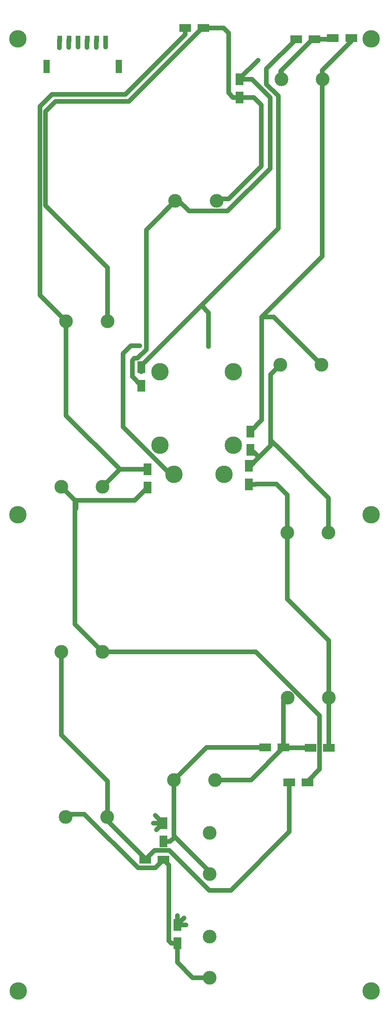
<source format=gtl>
%TF.GenerationSoftware,KiCad,Pcbnew,8.0.8*%
%TF.CreationDate,2025-03-15T17:23:42-07:00*%
%TF.ProjectId,Stationary_X_Panel,53746174-696f-46e6-9172-795f585f5061,1.4*%
%TF.SameCoordinates,Original*%
%TF.FileFunction,Copper,L1,Top*%
%TF.FilePolarity,Positive*%
%FSLAX46Y46*%
G04 Gerber Fmt 4.6, Leading zero omitted, Abs format (unit mm)*
G04 Created by KiCad (PCBNEW 8.0.8) date 2025-03-15 17:23:42*
%MOMM*%
%LPD*%
G01*
G04 APERTURE LIST*
%TA.AperFunction,ComponentPad*%
%ADD10C,2.600000*%
%TD*%
%TA.AperFunction,ConnectorPad*%
%ADD11C,3.800000*%
%TD*%
%TA.AperFunction,ComponentPad*%
%ADD12C,3.000000*%
%TD*%
%TA.AperFunction,SMDPad,CuDef*%
%ADD13R,1.700000X2.500000*%
%TD*%
%TA.AperFunction,SMDPad,CuDef*%
%ADD14R,2.500000X1.700000*%
%TD*%
%TA.AperFunction,SMDPad,CuDef*%
%ADD15R,1.100000X1.450000*%
%TD*%
%TA.AperFunction,SMDPad,CuDef*%
%ADD16R,1.350000X2.900000*%
%TD*%
%TA.AperFunction,ViaPad*%
%ADD17C,0.800000*%
%TD*%
%TA.AperFunction,Conductor*%
%ADD18C,1.000000*%
%TD*%
%TA.AperFunction,Conductor*%
%ADD19C,0.635000*%
%TD*%
G04 APERTURE END LIST*
D10*
%TO.P,H12,1,1*%
%TO.N,GND*%
X108075000Y-129165000D03*
D11*
X108075000Y-129165000D03*
%TD*%
D12*
%TO.P,SC8,1,+*%
%TO.N,Net-(D7-A)*%
X97285000Y-96475000D03*
%TO.P,SC8,2,-*%
%TO.N,Net-(D8-A)*%
X88285000Y-96475000D03*
%TD*%
D13*
%TO.P,D14,1,K*%
%TO.N,VSOLAR*%
X58000000Y-97000000D03*
%TO.P,D14,2,A*%
%TO.N,Net-(D1-K)*%
X58000000Y-101000000D03*
%TD*%
%TO.P,D6,1,K*%
%TO.N,Net-(D5-A)*%
X65811000Y-222537000D03*
%TO.P,D6,2,A*%
%TO.N,GND*%
X65811000Y-218537000D03*
%TD*%
D12*
%TO.P,SC2,1,+*%
%TO.N,Net-(D1-A)*%
X50585000Y-87000000D03*
%TO.P,SC2,2,-*%
%TO.N,Net-(D2-A)*%
X41585000Y-87000000D03*
%TD*%
D14*
%TO.P,D4,1,K*%
%TO.N,Net-(D3-A)*%
X94250000Y-187500000D03*
%TO.P,D4,2,A*%
%TO.N,Net-(D4-A)*%
X90250000Y-187500000D03*
%TD*%
%TO.P,D2,1,K*%
%TO.N,Net-(D1-A)*%
X71550000Y-23075000D03*
%TO.P,D2,2,A*%
%TO.N,Net-(D2-A)*%
X67550000Y-23075000D03*
%TD*%
D10*
%TO.P,H8,1,1*%
%TO.N,GND*%
X31095000Y-232915000D03*
D11*
X31095000Y-232915000D03*
%TD*%
D12*
%TO.P,SC1,1,+*%
%TO.N,Net-(D1-K)*%
X65360000Y-60750000D03*
%TO.P,SC1,2,-*%
%TO.N,Net-(D1-A)*%
X74360000Y-60750000D03*
%TD*%
%TO.P,SC12,1,+*%
%TO.N,Net-(D11-A)*%
X72915000Y-207435000D03*
%TO.P,SC12,2,-*%
%TO.N,GND*%
X72915000Y-198435000D03*
%TD*%
%TO.P,SC11,1,+*%
%TO.N,Net-(D10-A)*%
X74075000Y-186925000D03*
%TO.P,SC11,2,-*%
%TO.N,Net-(D11-A)*%
X65075000Y-186925000D03*
%TD*%
D13*
%TO.P,D3,1,K*%
%TO.N,Net-(D2-A)*%
X59340000Y-119230000D03*
%TO.P,D3,2,A*%
%TO.N,Net-(D3-A)*%
X59340000Y-123230000D03*
%TD*%
D14*
%TO.P,D11,1,K*%
%TO.N,Net-(D10-A)*%
X88985000Y-179835000D03*
%TO.P,D11,2,A*%
%TO.N,Net-(D11-A)*%
X84985000Y-179835000D03*
%TD*%
%TO.P,D5,1,K*%
%TO.N,Net-(D4-A)*%
X58815000Y-204335000D03*
%TO.P,D5,2,A*%
%TO.N,Net-(D5-A)*%
X62815000Y-204335000D03*
%TD*%
D12*
%TO.P,SC9,1,+*%
%TO.N,Net-(D8-A)*%
X98805000Y-132995000D03*
%TO.P,SC9,2,-*%
%TO.N,Net-(D10-K)*%
X89805000Y-132995000D03*
%TD*%
D15*
%TO.P,J2,1,1*%
%TO.N,/VUSB_OUT*%
X40200000Y-25425000D03*
%TO.P,J2,2,2*%
%TO.N,/VUSB_BATT*%
X42200000Y-25425000D03*
%TO.P,J2,3,3*%
%TO.N,/VCHRG*%
X44200000Y-25425000D03*
%TO.P,J2,4,4*%
%TO.N,/VBATT*%
X46200000Y-25425000D03*
%TO.P,J2,5,5*%
%TO.N,/PYCUBED_GND*%
X48200000Y-25425000D03*
%TO.P,J2,6,6*%
%TO.N,/PYCUBED_GNDREF*%
X50200000Y-25425000D03*
D16*
%TO.P,J2,S1,SHIELD1*%
%TO.N,unconnected-(J2-SHIELD1-PadS1)*%
X37305000Y-31400000D03*
%TO.P,J2,S2,SHIELD2*%
%TO.N,unconnected-(J2-SHIELD2-PadS2)*%
X53095000Y-31400000D03*
%TD*%
D10*
%TO.P,H9,1,1*%
%TO.N,GND*%
X31075000Y-129155000D03*
D11*
X31075000Y-129155000D03*
%TD*%
D13*
%TO.P,D1,1,K*%
%TO.N,Net-(D1-K)*%
X79435000Y-34195000D03*
%TO.P,D1,2,A*%
%TO.N,Net-(D1-A)*%
X79435000Y-38195000D03*
%TD*%
D10*
%TO.P,H3,1,1*%
%TO.N,GND*%
X62000000Y-114000000D03*
D11*
X62000000Y-114000000D03*
%TD*%
D13*
%TO.P,D8,1,K*%
%TO.N,Net-(D7-A)*%
X81750000Y-111000000D03*
%TO.P,D8,2,A*%
%TO.N,Net-(D8-A)*%
X81750000Y-115000000D03*
%TD*%
D12*
%TO.P,SC7,1,+*%
%TO.N,Net-(D13-A)*%
X88500000Y-34250000D03*
%TO.P,SC7,2,-*%
%TO.N,Net-(D7-A)*%
X97500000Y-34250000D03*
%TD*%
D10*
%TO.P,H10,1,1*%
%TO.N,GND*%
X31085000Y-25415000D03*
D11*
X31085000Y-25415000D03*
%TD*%
D10*
%TO.P,H2,1,1*%
%TO.N,GND*%
X76045000Y-120315000D03*
D11*
X76045000Y-120315000D03*
%TD*%
D12*
%TO.P,SC6,1,+*%
%TO.N,Net-(D5-A)*%
X72915000Y-230075000D03*
%TO.P,SC6,2,-*%
%TO.N,GND*%
X72915000Y-221075000D03*
%TD*%
D10*
%TO.P,H5,1,1*%
%TO.N,GND*%
X62000000Y-98000000D03*
D11*
X62000000Y-98000000D03*
%TD*%
D12*
%TO.P,SC5,1,+*%
%TO.N,Net-(D4-A)*%
X50500000Y-195000000D03*
%TO.P,SC5,2,-*%
%TO.N,Net-(D5-A)*%
X41500000Y-195000000D03*
%TD*%
D10*
%TO.P,H7,1,1*%
%TO.N,GND*%
X108075000Y-232905000D03*
D11*
X108075000Y-232905000D03*
%TD*%
D10*
%TO.P,H4,1,1*%
%TO.N,GND*%
X78000000Y-114000000D03*
D11*
X78000000Y-114000000D03*
%TD*%
D14*
%TO.P,D13,1,K*%
%TO.N,VSOLAR*%
X91750000Y-25500000D03*
%TO.P,D13,2,A*%
%TO.N,Net-(D13-A)*%
X95750000Y-25500000D03*
%TD*%
D13*
%TO.P,D9,1,K*%
%TO.N,Net-(D8-A)*%
X81400000Y-118500000D03*
%TO.P,D9,2,A*%
%TO.N,Net-(D10-K)*%
X81400000Y-122500000D03*
%TD*%
%TO.P,D12,1,K*%
%TO.N,Net-(D11-A)*%
X62785000Y-200375000D03*
%TO.P,D12,2,A*%
%TO.N,GND*%
X62785000Y-196375000D03*
%TD*%
D10*
%TO.P,H11,1,1*%
%TO.N,GND*%
X108095000Y-25405000D03*
D11*
X108095000Y-25405000D03*
%TD*%
D12*
%TO.P,SC4,1,+*%
%TO.N,Net-(D3-A)*%
X49500000Y-159000000D03*
%TO.P,SC4,2,-*%
%TO.N,Net-(D4-A)*%
X40500000Y-159000000D03*
%TD*%
%TO.P,SC3,1,+*%
%TO.N,Net-(D2-A)*%
X49515000Y-123000000D03*
%TO.P,SC3,2,-*%
%TO.N,Net-(D3-A)*%
X40515000Y-123000000D03*
%TD*%
D14*
%TO.P,D10,1,K*%
%TO.N,Net-(D10-K)*%
X98895000Y-179925000D03*
%TO.P,D10,2,A*%
%TO.N,Net-(D10-A)*%
X94895000Y-179925000D03*
%TD*%
D12*
%TO.P,SC10,1,+*%
%TO.N,Net-(D10-K)*%
X98855000Y-169015000D03*
%TO.P,SC10,2,-*%
%TO.N,Net-(D10-A)*%
X89855000Y-169015000D03*
%TD*%
D10*
%TO.P,H6,1,1*%
%TO.N,GND*%
X78000000Y-98000000D03*
D11*
X78000000Y-98000000D03*
%TD*%
D10*
%TO.P,H1,1,1*%
%TO.N,BURN*%
X65100000Y-120315000D03*
D11*
X65100000Y-120315000D03*
%TD*%
D14*
%TO.P,D7,1,K*%
%TO.N,Net-(D13-A)*%
X99750000Y-25250000D03*
%TO.P,D7,2,A*%
%TO.N,Net-(D7-A)*%
X103750000Y-25250000D03*
%TD*%
D17*
%TO.N,VSOLAR*%
X72595000Y-92456000D03*
%TO.N,GND*%
X67735000Y-218565000D03*
X65815000Y-216525000D03*
X60565000Y-196355000D03*
X67315000Y-217035000D03*
X60995000Y-194695000D03*
X61275000Y-197825000D03*
%TO.N,Net-(D1-K)*%
X83425000Y-30100000D03*
%TO.N,BURN*%
X57658000Y-92342000D03*
%TO.N,Net-(D13-A)*%
X88395000Y-32455000D03*
%TO.N,/VUSB_OUT*%
X40145000Y-27375000D03*
%TO.N,/VUSB_BATT*%
X42175000Y-27285000D03*
%TO.N,/VCHRG*%
X44135000Y-27205000D03*
%TO.N,/VBATT*%
X46145000Y-27315000D03*
%TO.N,/PYCUBED_GND*%
X48175000Y-27285000D03*
%TO.N,/PYCUBED_GNDREF*%
X50125000Y-27185000D03*
%TD*%
D18*
%TO.N,Net-(D5-A)*%
X62815000Y-204335000D02*
X61025000Y-206125000D01*
X61025000Y-206125000D02*
X57285000Y-206125000D01*
X57285000Y-206125000D02*
X45565000Y-194405000D01*
X45565000Y-194405000D02*
X41565000Y-194405000D01*
%TO.N,Net-(D1-K)*%
X62920000Y-63190000D02*
X65765000Y-60345000D01*
X76780000Y-62950000D02*
X86075000Y-53655000D01*
X86075000Y-53655000D02*
X86075000Y-38205000D01*
X68370000Y-62950000D02*
X76780000Y-62950000D01*
X65765000Y-60345000D02*
X68370000Y-62950000D01*
X86075000Y-38205000D02*
X82065000Y-34195000D01*
X82065000Y-34195000D02*
X79435000Y-34195000D01*
X83425000Y-30100000D02*
X79435000Y-34090000D01*
X79435000Y-34090000D02*
X79435000Y-34195000D01*
%TO.N,Net-(D13-A)*%
X95750000Y-25500000D02*
X99500000Y-25500000D01*
X99500000Y-25500000D02*
X99750000Y-25250000D01*
X88395000Y-32455000D02*
X95350000Y-25500000D01*
X95350000Y-25500000D02*
X95750000Y-25500000D01*
X88500000Y-32560000D02*
X88500000Y-34250000D01*
X88395000Y-32455000D02*
X88500000Y-32560000D01*
%TO.N,VSOLAR*%
X72595000Y-92456000D02*
X72595000Y-85075000D01*
X85275000Y-35305000D02*
X87825000Y-37855000D01*
X85275000Y-31975000D02*
X85275000Y-35305000D01*
X58000000Y-96598428D02*
X58000000Y-98000000D01*
X72595000Y-85075000D02*
X71059214Y-83539214D01*
X87825000Y-66763428D02*
X71059214Y-83529214D01*
X87825000Y-37855000D02*
X87825000Y-66763428D01*
X71059214Y-83529214D02*
X71059214Y-83539214D01*
X91750000Y-25500000D02*
X85275000Y-31975000D01*
X71059214Y-83539214D02*
X58000000Y-96598428D01*
%TO.N,GND*%
X65813000Y-218537000D02*
X67315000Y-217035000D01*
X65811000Y-216529000D02*
X65815000Y-216525000D01*
X65811000Y-218537000D02*
X65811000Y-216529000D01*
X62785000Y-196375000D02*
X62675000Y-196375000D01*
X65811000Y-218537000D02*
X67707000Y-218537000D01*
X60585000Y-196375000D02*
X60565000Y-196355000D01*
X65811000Y-218537000D02*
X65813000Y-218537000D01*
X62675000Y-196375000D02*
X60995000Y-194695000D01*
X67707000Y-218537000D02*
X67735000Y-218565000D01*
X62785000Y-196375000D02*
X62725000Y-196375000D01*
X62725000Y-196375000D02*
X61275000Y-197825000D01*
X62785000Y-196375000D02*
X60585000Y-196375000D01*
%TO.N,Net-(D1-K)*%
X65360000Y-60750000D02*
X63180000Y-62930000D01*
X56000000Y-95500000D02*
X56450000Y-95050000D01*
X63180000Y-62930000D02*
X62920000Y-63190000D01*
X57130000Y-95050000D02*
X59035000Y-93145000D01*
X58000000Y-101000000D02*
X56000000Y-99000000D01*
X56450000Y-95050000D02*
X57130000Y-95050000D01*
X62110000Y-64000000D02*
X63180000Y-62930000D01*
X59035000Y-67075000D02*
X62110000Y-64000000D01*
X56000000Y-99000000D02*
X56000000Y-95500000D01*
X59035000Y-93145000D02*
X59035000Y-67075000D01*
%TO.N,Net-(D1-A)*%
X74395000Y-60325000D02*
X77025000Y-60325000D01*
X84165000Y-39805000D02*
X82555000Y-38195000D01*
X84165000Y-53185000D02*
X84165000Y-39805000D01*
X77025000Y-60325000D02*
X84165000Y-53185000D01*
X82555000Y-38195000D02*
X79435000Y-38195000D01*
%TO.N,Net-(D2-A)*%
X41585000Y-87000000D02*
X41585000Y-89000000D01*
X49515000Y-123000000D02*
X53285000Y-119230000D01*
X35880000Y-81295000D02*
X35880000Y-40120000D01*
X41585000Y-87000000D02*
X35880000Y-81295000D01*
X35880000Y-40120000D02*
X38500000Y-37500000D01*
X67550000Y-24450000D02*
X67550000Y-23075000D01*
X53285000Y-119230000D02*
X59340000Y-119230000D01*
X54500000Y-37500000D02*
X67550000Y-24450000D01*
X38500000Y-37500000D02*
X54500000Y-37500000D01*
X41585000Y-107530000D02*
X53285000Y-119230000D01*
X41585000Y-89000000D02*
X41585000Y-107530000D01*
%TO.N,Net-(D10-K)*%
X89805000Y-132995000D02*
X89805000Y-147525000D01*
X98855000Y-169015000D02*
X98855000Y-179885000D01*
X89805000Y-147525000D02*
X98855000Y-156575000D01*
X98855000Y-156575000D02*
X98855000Y-169015000D01*
X82900000Y-122500000D02*
X82950000Y-122450000D01*
X89805000Y-124849000D02*
X89805000Y-132995000D01*
X81400000Y-122500000D02*
X82900000Y-122500000D01*
X82950000Y-122450000D02*
X87406000Y-122450000D01*
X98855000Y-179885000D02*
X98895000Y-179925000D01*
X87406000Y-122450000D02*
X89805000Y-124849000D01*
%TO.N,Net-(D10-A)*%
X81895000Y-186925000D02*
X74075000Y-186925000D01*
X88985000Y-179835000D02*
X88985000Y-169885000D01*
X89075000Y-179925000D02*
X88985000Y-179835000D01*
X88985000Y-169885000D02*
X89855000Y-169015000D01*
X88985000Y-179835000D02*
X81895000Y-186925000D01*
X94895000Y-179925000D02*
X89075000Y-179925000D01*
%TO.N,Net-(D11-A)*%
X72165000Y-179835000D02*
X65075000Y-186925000D01*
X65075000Y-199075000D02*
X65075000Y-186925000D01*
X64245000Y-200375000D02*
X65075000Y-199545000D01*
X72915000Y-206915000D02*
X72915000Y-207435000D01*
X65075000Y-199545000D02*
X65545000Y-199545000D01*
X65545000Y-199545000D02*
X72915000Y-206915000D01*
X84985000Y-179835000D02*
X72165000Y-179835000D01*
X65545000Y-199545000D02*
X65075000Y-199075000D01*
X62785000Y-200375000D02*
X64245000Y-200375000D01*
%TO.N,Net-(D3-A)*%
X43515000Y-128000000D02*
X43515000Y-126000000D01*
X43757500Y-127757500D02*
X43757500Y-126242500D01*
X43515000Y-128000000D02*
X43757500Y-127757500D01*
X49500000Y-159000000D02*
X43515000Y-153015000D01*
X43515000Y-153015000D02*
X43515000Y-128000000D01*
X43515000Y-126000000D02*
X56570000Y-126000000D01*
X56570000Y-126000000D02*
X59340000Y-123230000D01*
X43757500Y-126242500D02*
X40515000Y-123000000D01*
%TO.N,Net-(D4-A)*%
X77500000Y-211000000D02*
X90250000Y-198250000D01*
X40500000Y-177130000D02*
X40500000Y-160000000D01*
X58815000Y-204335000D02*
X60825000Y-202325000D01*
X50565000Y-187195000D02*
X40500000Y-177130000D01*
X72750000Y-211000000D02*
X77500000Y-211000000D01*
X58815000Y-204065000D02*
X50565000Y-195815000D01*
X60825000Y-202325000D02*
X64075000Y-202325000D01*
X64075000Y-202325000D02*
X72750000Y-211000000D01*
X90250000Y-198250000D02*
X90250000Y-187500000D01*
X58815000Y-204335000D02*
X58815000Y-204065000D01*
X50565000Y-195815000D02*
X50565000Y-187195000D01*
%TO.N,Net-(D5-A)*%
X65811000Y-222537000D02*
X64527000Y-222537000D01*
X69185000Y-230075000D02*
X72915000Y-230075000D01*
X64000000Y-205520000D02*
X62815000Y-204335000D01*
X64000000Y-222010000D02*
X64000000Y-205520000D01*
X65811000Y-226701000D02*
X69185000Y-230075000D01*
X65811000Y-222537000D02*
X65811000Y-226701000D01*
X64527000Y-222537000D02*
X64000000Y-222010000D01*
%TO.N,Net-(D7-A)*%
X103750000Y-25930000D02*
X103750000Y-25250000D01*
X84250000Y-86000000D02*
X86810000Y-86000000D01*
X84250000Y-108500000D02*
X81750000Y-111000000D01*
X97395000Y-32285000D02*
X103750000Y-25930000D01*
X84250000Y-86860000D02*
X84250000Y-108500000D01*
X97395000Y-72855000D02*
X97395000Y-32285000D01*
X84250000Y-86000000D02*
X97395000Y-72855000D01*
X86810000Y-86000000D02*
X97285000Y-96475000D01*
X84250000Y-86000000D02*
X84250000Y-86860000D01*
%TO.N,Net-(D8-A)*%
X83635000Y-116635000D02*
X86208000Y-114062000D01*
X98805000Y-125455000D02*
X88335000Y-114985000D01*
X86208000Y-98552000D02*
X88285000Y-96475000D01*
X88335000Y-114985000D02*
X86208000Y-112858000D01*
X82500000Y-115500000D02*
X83635000Y-116635000D01*
X86208000Y-112858000D02*
X86208000Y-98552000D01*
X81400000Y-118870000D02*
X83635000Y-116635000D01*
X98805000Y-132995000D02*
X98805000Y-125455000D01*
X86208000Y-114062000D02*
X86208000Y-112858000D01*
%TO.N,BURN*%
X54000000Y-94000000D02*
X54000000Y-110000000D01*
X54000000Y-110000000D02*
X64315000Y-120315000D01*
X55658000Y-92342000D02*
X54000000Y-94000000D01*
X57658000Y-92342000D02*
X55658000Y-92342000D01*
X64315000Y-120315000D02*
X65100000Y-120315000D01*
%TO.N,Net-(D13-A)*%
X88395000Y-34205000D02*
X88395000Y-32455000D01*
%TO.N,/VUSB_OUT*%
X40150000Y-25710000D02*
X40150000Y-27370000D01*
D19*
X40150000Y-27370000D02*
X40145000Y-27375000D01*
%TO.N,/VUSB_BATT*%
X42150000Y-27260000D02*
X42175000Y-27285000D01*
D18*
X42150000Y-25710000D02*
X42150000Y-27260000D01*
D19*
%TO.N,/VCHRG*%
X44150000Y-27190000D02*
X44135000Y-27205000D01*
D18*
X44150000Y-25710000D02*
X44150000Y-27190000D01*
D19*
%TO.N,/VBATT*%
X46150000Y-27310000D02*
X46145000Y-27315000D01*
D18*
X46150000Y-25710000D02*
X46150000Y-27310000D01*
D19*
%TO.N,/PYCUBED_GND*%
X48150000Y-27260000D02*
X48175000Y-27285000D01*
D18*
X48150000Y-25710000D02*
X48150000Y-27260000D01*
D19*
%TO.N,/PYCUBED_GNDREF*%
X50150000Y-27160000D02*
X50125000Y-27185000D01*
D18*
X50150000Y-25710000D02*
X50150000Y-27160000D01*
%TO.N,Net-(D1-A)*%
X79435000Y-38195000D02*
X77985000Y-38195000D01*
X76985000Y-24105000D02*
X75955000Y-23075000D01*
X77985000Y-38195000D02*
X76985000Y-37195000D01*
X37080000Y-41240000D02*
X37080000Y-61750000D01*
X76985000Y-37195000D02*
X76985000Y-24105000D01*
X55275000Y-39075000D02*
X39245000Y-39075000D01*
X50585000Y-75255000D02*
X50585000Y-87000000D01*
X75955000Y-23075000D02*
X71275000Y-23075000D01*
X71275000Y-23075000D02*
X55275000Y-39075000D01*
X39245000Y-39075000D02*
X37080000Y-41240000D01*
X37080000Y-61750000D02*
X50585000Y-75255000D01*
%TO.N,Net-(D3-A)*%
X50500000Y-159000000D02*
X82951270Y-159000000D01*
X82951270Y-159000000D02*
X96845000Y-172893730D01*
X96845000Y-172893730D02*
X96845000Y-184585000D01*
X96845000Y-184585000D02*
X94340000Y-187090000D01*
%TD*%
M02*

</source>
